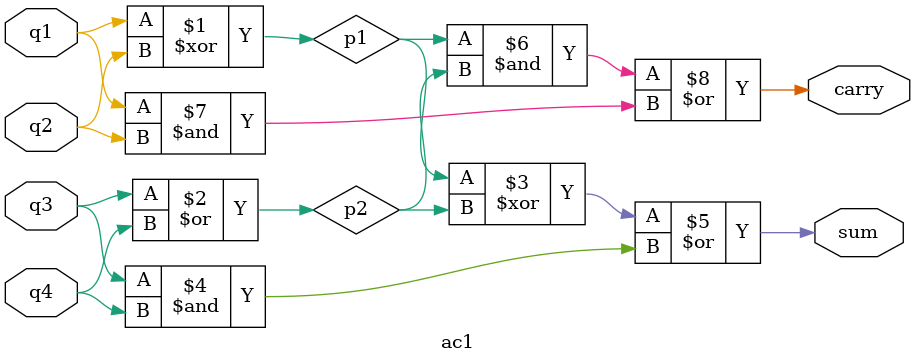
<source format=v>
`timescale 1ns / 1ps


module ac1(
    input q1,q2,q3,q4,
    output sum,carry
    );
    wire p1,p2;
    assign p1= q1 ^ q2;
    assign p2= q3 | q4;
    assign sum= p1 ^ p2 |(q3&q4); 
    assign carry=(p1&p2)|(q1&q2);
endmodule

</source>
